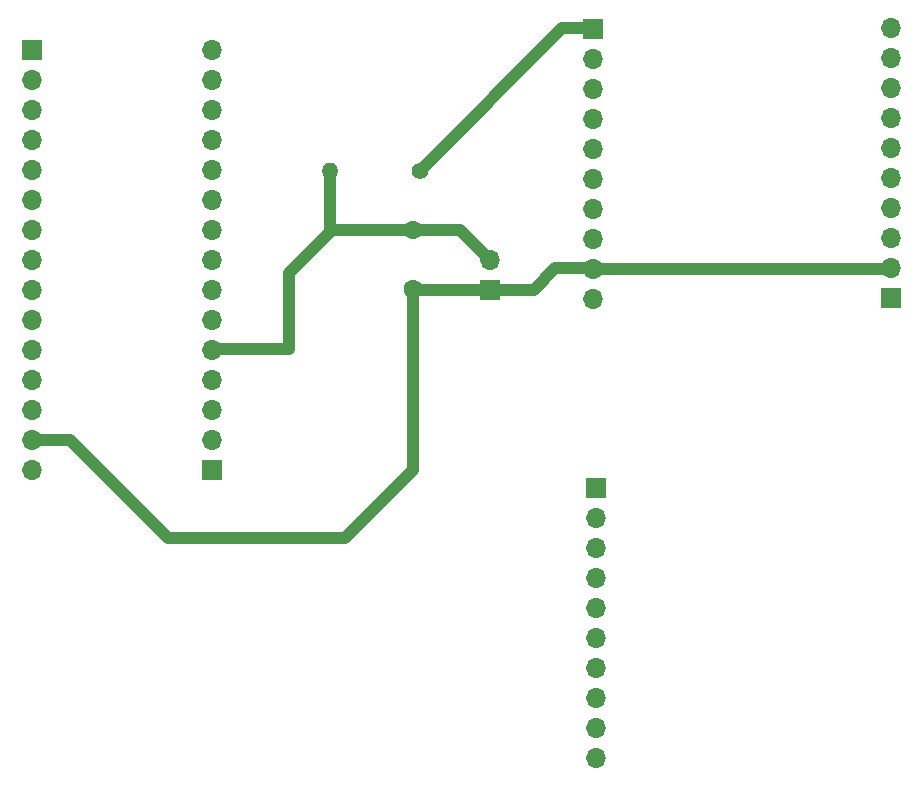
<source format=gbr>
%TF.GenerationSoftware,KiCad,Pcbnew,8.0.1-8.0.1-0~ubuntu23.10.1*%
%TF.CreationDate,2024-04-17T16:38:59-04:00*%
%TF.ProjectId,Bitstream_Evolution_Filterboard,42697473-7472-4656-916d-5f45766f6c75,rev?*%
%TF.SameCoordinates,Original*%
%TF.FileFunction,Copper,L2,Bot*%
%TF.FilePolarity,Positive*%
%FSLAX46Y46*%
G04 Gerber Fmt 4.6, Leading zero omitted, Abs format (unit mm)*
G04 Created by KiCad (PCBNEW 8.0.1-8.0.1-0~ubuntu23.10.1) date 2024-04-17 16:38:59*
%MOMM*%
%LPD*%
G01*
G04 APERTURE LIST*
%TA.AperFunction,ComponentPad*%
%ADD10C,1.600000*%
%TD*%
%TA.AperFunction,ComponentPad*%
%ADD11R,1.700000X1.700000*%
%TD*%
%TA.AperFunction,ComponentPad*%
%ADD12O,1.700000X1.700000*%
%TD*%
%TA.AperFunction,ComponentPad*%
%ADD13C,1.400000*%
%TD*%
%TA.AperFunction,ComponentPad*%
%ADD14O,1.400000X1.400000*%
%TD*%
%TA.AperFunction,Conductor*%
%ADD15C,1.000000*%
%TD*%
G04 APERTURE END LIST*
D10*
%TO.P,C1,1*%
%TO.N,/Output*%
X101000000Y-91940000D03*
%TO.P,C1,2*%
%TO.N,GND*%
X101000000Y-96940000D03*
%TD*%
D11*
%TO.P,J5,1,Pin_1*%
%TO.N,GND*%
X107500000Y-96980000D03*
D12*
%TO.P,J5,2,Pin_2*%
%TO.N,/Output*%
X107500000Y-94440000D03*
%TD*%
D11*
%TO.P,J1,1,Pin_1*%
%TO.N,unconnected-(J1-Pin_1-Pad1)*%
X68750000Y-76730000D03*
D12*
%TO.P,J1,2,Pin_2*%
%TO.N,unconnected-(J1-Pin_2-Pad2)*%
X68750000Y-79270000D03*
%TO.P,J1,3,Pin_3*%
%TO.N,unconnected-(J1-Pin_3-Pad3)*%
X68750000Y-81810000D03*
%TO.P,J1,4,Pin_4*%
%TO.N,unconnected-(J1-Pin_4-Pad4)*%
X68750000Y-84350000D03*
%TO.P,J1,5,Pin_5*%
%TO.N,unconnected-(J1-Pin_5-Pad5)*%
X68750000Y-86890000D03*
%TO.P,J1,6,Pin_6*%
%TO.N,unconnected-(J1-Pin_6-Pad6)*%
X68750000Y-89430000D03*
%TO.P,J1,7,Pin_7*%
%TO.N,unconnected-(J1-Pin_7-Pad7)*%
X68750000Y-91970000D03*
%TO.P,J1,8,Pin_8*%
%TO.N,unconnected-(J1-Pin_8-Pad8)*%
X68750000Y-94510000D03*
%TO.P,J1,9,Pin_9*%
%TO.N,unconnected-(J1-Pin_9-Pad9)*%
X68750000Y-97050000D03*
%TO.P,J1,10,Pin_10*%
%TO.N,unconnected-(J1-Pin_10-Pad10)*%
X68750000Y-99590000D03*
%TO.P,J1,11,Pin_11*%
%TO.N,unconnected-(J1-Pin_11-Pad11)*%
X68750000Y-102130000D03*
%TO.P,J1,12,Pin_12*%
%TO.N,unconnected-(J1-Pin_12-Pad12)*%
X68750000Y-104670000D03*
%TO.P,J1,13,Pin_13*%
%TO.N,unconnected-(J1-Pin_13-Pad13)*%
X68750000Y-107210000D03*
%TO.P,J1,14,Pin_14*%
%TO.N,GND*%
X68750000Y-109750000D03*
%TO.P,J1,15,Pin_15*%
%TO.N,unconnected-(J1-Pin_15-Pad15)*%
X68750000Y-112290000D03*
%TD*%
D11*
%TO.P,J6,1,Pin_1*%
%TO.N,unconnected-(J6-Pin_1-Pad1)*%
X116500000Y-113790000D03*
D12*
%TO.P,J6,2,Pin_2*%
%TO.N,unconnected-(J6-Pin_2-Pad2)*%
X116500000Y-116330000D03*
%TO.P,J6,3,Pin_3*%
%TO.N,unconnected-(J6-Pin_3-Pad3)*%
X116500000Y-118870000D03*
%TO.P,J6,4,Pin_4*%
%TO.N,unconnected-(J6-Pin_4-Pad4)*%
X116500000Y-121410000D03*
%TO.P,J6,5,Pin_5*%
%TO.N,unconnected-(J6-Pin_5-Pad5)*%
X116500000Y-123950000D03*
%TO.P,J6,6,Pin_6*%
%TO.N,unconnected-(J6-Pin_6-Pad6)*%
X116500000Y-126490000D03*
%TO.P,J6,7,Pin_7*%
%TO.N,unconnected-(J6-Pin_7-Pad7)*%
X116500000Y-129030000D03*
%TO.P,J6,8,Pin_8*%
%TO.N,unconnected-(J6-Pin_8-Pad8)*%
X116500000Y-131570000D03*
%TO.P,J6,9,Pin_9*%
%TO.N,unconnected-(J6-Pin_9-Pad9)*%
X116500000Y-134110000D03*
%TO.P,J6,10,Pin_10*%
%TO.N,unconnected-(J6-Pin_10-Pad10)*%
X116500000Y-136650000D03*
%TD*%
D11*
%TO.P,J3,1,Pin_1*%
%TO.N,/Input*%
X116250000Y-74920000D03*
D12*
%TO.P,J3,2,Pin_2*%
%TO.N,unconnected-(J3-Pin_2-Pad2)*%
X116250000Y-77460000D03*
%TO.P,J3,3,Pin_3*%
%TO.N,unconnected-(J3-Pin_3-Pad3)*%
X116250000Y-80000000D03*
%TO.P,J3,4,Pin_4*%
%TO.N,unconnected-(J3-Pin_4-Pad4)*%
X116250000Y-82540000D03*
%TO.P,J3,5,Pin_5*%
%TO.N,unconnected-(J3-Pin_5-Pad5)*%
X116250000Y-85080000D03*
%TO.P,J3,6,Pin_6*%
%TO.N,unconnected-(J3-Pin_6-Pad6)*%
X116250000Y-87620000D03*
%TO.P,J3,7,Pin_7*%
%TO.N,unconnected-(J3-Pin_7-Pad7)*%
X116250000Y-90160000D03*
%TO.P,J3,8,Pin_8*%
%TO.N,unconnected-(J3-Pin_8-Pad8)*%
X116250000Y-92700000D03*
%TO.P,J3,9,Pin_9*%
%TO.N,GND*%
X116250000Y-95240000D03*
%TO.P,J3,10,Pin_10*%
%TO.N,unconnected-(J3-Pin_10-Pad10)*%
X116250000Y-97780000D03*
%TD*%
D11*
%TO.P,J2,1,Pin_1*%
%TO.N,unconnected-(J2-Pin_1-Pad1)*%
X84000000Y-112230000D03*
D12*
%TO.P,J2,2,Pin_2*%
%TO.N,unconnected-(J2-Pin_2-Pad2)*%
X84000000Y-109690000D03*
%TO.P,J2,3,Pin_3*%
%TO.N,unconnected-(J2-Pin_3-Pad3)*%
X84000000Y-107150000D03*
%TO.P,J2,4,Pin_4*%
%TO.N,unconnected-(J2-Pin_4-Pad4)*%
X84000000Y-104610000D03*
%TO.P,J2,5,Pin_5*%
%TO.N,/Output*%
X84000000Y-102070000D03*
%TO.P,J2,6,Pin_6*%
%TO.N,unconnected-(J2-Pin_6-Pad6)*%
X84000000Y-99530000D03*
%TO.P,J2,7,Pin_7*%
%TO.N,unconnected-(J2-Pin_7-Pad7)*%
X84000000Y-96990000D03*
%TO.P,J2,8,Pin_8*%
%TO.N,unconnected-(J2-Pin_8-Pad8)*%
X84000000Y-94450000D03*
%TO.P,J2,9,Pin_9*%
%TO.N,unconnected-(J2-Pin_9-Pad9)*%
X84000000Y-91910000D03*
%TO.P,J2,10,Pin_10*%
%TO.N,unconnected-(J2-Pin_10-Pad10)*%
X84000000Y-89370000D03*
%TO.P,J2,11,Pin_11*%
%TO.N,unconnected-(J2-Pin_11-Pad11)*%
X84000000Y-86830000D03*
%TO.P,J2,12,Pin_12*%
%TO.N,unconnected-(J2-Pin_12-Pad12)*%
X84000000Y-84290000D03*
%TO.P,J2,13,Pin_13*%
%TO.N,unconnected-(J2-Pin_13-Pad13)*%
X84000000Y-81750000D03*
%TO.P,J2,14,Pin_14*%
%TO.N,unconnected-(J2-Pin_14-Pad14)*%
X84000000Y-79210000D03*
%TO.P,J2,15,Pin_15*%
%TO.N,unconnected-(J2-Pin_15-Pad15)*%
X84000000Y-76670000D03*
%TD*%
D11*
%TO.P,J4,1,Pin_1*%
%TO.N,unconnected-(J4-Pin_1-Pad1)*%
X141500000Y-97720000D03*
D12*
%TO.P,J4,2,Pin_2*%
%TO.N,GND*%
X141500000Y-95180000D03*
%TO.P,J4,3,Pin_3*%
%TO.N,unconnected-(J4-Pin_3-Pad3)*%
X141500000Y-92640000D03*
%TO.P,J4,4,Pin_4*%
%TO.N,unconnected-(J4-Pin_4-Pad4)*%
X141500000Y-90100000D03*
%TO.P,J4,5,Pin_5*%
%TO.N,unconnected-(J4-Pin_5-Pad5)*%
X141500000Y-87560000D03*
%TO.P,J4,6,Pin_6*%
%TO.N,unconnected-(J4-Pin_6-Pad6)*%
X141500000Y-85020000D03*
%TO.P,J4,7,Pin_7*%
%TO.N,unconnected-(J4-Pin_7-Pad7)*%
X141500000Y-82480000D03*
%TO.P,J4,8,Pin_8*%
%TO.N,unconnected-(J4-Pin_8-Pad8)*%
X141500000Y-79940000D03*
%TO.P,J4,9,Pin_9*%
%TO.N,unconnected-(J4-Pin_9-Pad9)*%
X141500000Y-77400000D03*
%TO.P,J4,10,Pin_10*%
%TO.N,unconnected-(J4-Pin_10-Pad10)*%
X141500000Y-74860000D03*
%TD*%
D13*
%TO.P,R1,1*%
%TO.N,/Input*%
X101560000Y-86940000D03*
D14*
%TO.P,R1,2*%
%TO.N,/Output*%
X93940000Y-86940000D03*
%TD*%
D15*
%TO.N,/Output*%
X84000000Y-102070000D02*
X84070000Y-102000000D01*
X84070000Y-102000000D02*
X90500000Y-102000000D01*
X90500000Y-102000000D02*
X90500000Y-95570000D01*
X90500000Y-95570000D02*
X93440000Y-92630000D01*
%TO.N,GND*%
X101000000Y-96940000D02*
X101000000Y-112250000D01*
X95250000Y-118000000D02*
X80250000Y-118000000D01*
X101000000Y-112250000D02*
X95250000Y-118000000D01*
X80250000Y-118000000D02*
X72000000Y-109750000D01*
X72000000Y-109750000D02*
X68750000Y-109750000D01*
X107500000Y-96980000D02*
X101040000Y-96980000D01*
X101040000Y-96980000D02*
X101000000Y-96940000D01*
%TO.N,/Output*%
X94130000Y-91940000D02*
X101000000Y-91940000D01*
X93440000Y-92630000D02*
X94130000Y-91940000D01*
X93940000Y-92130000D02*
X93940000Y-86940000D01*
X105000000Y-91940000D02*
X107500000Y-94440000D01*
X93440000Y-92630000D02*
X93940000Y-92130000D01*
X101000000Y-91940000D02*
X105000000Y-91940000D01*
%TO.N,GND*%
X111210000Y-96980000D02*
X113010000Y-95180000D01*
X107500000Y-96980000D02*
X111210000Y-96980000D01*
X141440000Y-95240000D02*
X141500000Y-95180000D01*
X113010000Y-95180000D02*
X116250000Y-95180000D01*
X116250000Y-95240000D02*
X141440000Y-95240000D01*
%TO.N,/Input*%
X101560000Y-86940000D02*
X113640000Y-74860000D01*
X113640000Y-74860000D02*
X116250000Y-74860000D01*
%TD*%
M02*

</source>
